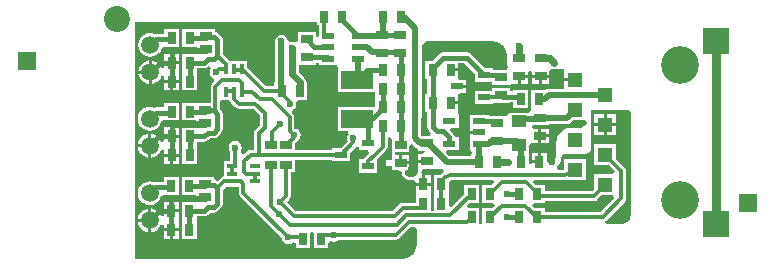
<source format=gtl>
G04*
G04 #@! TF.GenerationSoftware,Altium Limited,Altium Designer,20.2.8 (258)*
G04*
G04 Layer_Physical_Order=1*
G04 Layer_Color=255*
%FSLAX44Y44*%
%MOMM*%
G71*
G04*
G04 #@! TF.SameCoordinates,7393FA29-42F3-4F85-A097-3E15B117B62E*
G04*
G04*
G04 #@! TF.FilePolarity,Positive*
G04*
G01*
G75*
%ADD11R,1.5000X1.5000*%
%ADD13R,0.7500X1.0000*%
%ADD14R,1.0000X0.7500*%
%ADD19R,1.0000X0.6000*%
%ADD20R,1.1000X0.6000*%
%ADD39C,0.3000*%
%ADD40R,1.0000X0.7000*%
%ADD41R,0.9000X0.4000*%
%ADD42R,0.4000X0.9000*%
%ADD43R,1.2000X1.0000*%
%ADD44R,2.7000X1.5000*%
%ADD45C,0.8000*%
%ADD46C,0.4000*%
%ADD47C,0.3500*%
%ADD48C,0.5000*%
%ADD49C,0.6000*%
%ADD50C,1.5000*%
%ADD51C,3.2000*%
%ADD52R,2.2000X2.2000*%
%ADD53R,1.3000X1.3000*%
%ADD54C,2.2000*%
%ADD55C,0.6000*%
G36*
X265090Y90460D02*
X267261D01*
Y87065D01*
X266750D01*
Y81262D01*
X264957Y80359D01*
X264030Y81002D01*
Y84910D01*
X248950D01*
Y77410D01*
X246410Y76053D01*
X246162Y76219D01*
X244000Y76649D01*
X243134Y76476D01*
X241406Y76840D01*
X240389Y78305D01*
X240219Y79162D01*
X238994Y80994D01*
X237162Y82219D01*
X235000Y82648D01*
X232838Y82219D01*
X231006Y80994D01*
X229781Y79162D01*
X229352Y77000D01*
X229781Y74838D01*
X229861Y74719D01*
Y42540D01*
X229090D01*
Y39119D01*
X221731D01*
X206040Y54810D01*
Y60565D01*
X191612D01*
X191593Y60593D01*
X185629Y66557D01*
Y78000D01*
X185629Y78000D01*
X185277Y79771D01*
X184273Y81273D01*
X184273Y81273D01*
X181273Y84273D01*
X179771Y85277D01*
X178540Y85521D01*
Y87540D01*
X163910D01*
Y87540D01*
X151330D01*
Y72460D01*
X163460D01*
Y71770D01*
X171000D01*
Y69230D01*
X163460D01*
Y66540D01*
X151330D01*
Y51460D01*
X151330D01*
Y50540D01*
X151330D01*
Y35460D01*
X163910D01*
Y50540D01*
X163910D01*
Y51460D01*
X163910D01*
Y54371D01*
X170000D01*
X170000Y54371D01*
X171771Y54723D01*
X173273Y55727D01*
X173778Y56231D01*
X175751Y54612D01*
X174781Y53162D01*
X174352Y51000D01*
X174781Y48838D01*
X176006Y47006D01*
X177554Y45971D01*
X177937Y45184D01*
X178279Y43104D01*
X176317Y41143D01*
X175424Y39806D01*
X175111Y38230D01*
Y25090D01*
X151060D01*
Y10010D01*
X163190D01*
Y9320D01*
X170730D01*
Y6780D01*
X163190D01*
Y4090D01*
X151060D01*
Y-10990D01*
X151060D01*
Y-11910D01*
X151060D01*
Y-26990D01*
X163640D01*
Y-11910D01*
X163640D01*
Y-10990D01*
X163640D01*
Y-8079D01*
X169730D01*
X169730Y-8079D01*
X171501Y-7727D01*
X173003Y-6723D01*
X174647Y-5079D01*
X177730D01*
X177730Y-5079D01*
X179501Y-4727D01*
X181003Y-3723D01*
X184003Y-723D01*
X184003Y-723D01*
X185007Y779D01*
X185359Y2550D01*
X185359Y2550D01*
Y15550D01*
X185359Y15550D01*
X185007Y17321D01*
X184003Y18823D01*
X184003Y18823D01*
X183349Y19477D01*
Y25148D01*
X183960Y27435D01*
X190993D01*
X191194Y26424D01*
X192087Y25087D01*
X196087Y21087D01*
X197424Y20194D01*
X199000Y19881D01*
X211294D01*
X216881Y14294D01*
Y5745D01*
X213049Y1913D01*
X212156Y576D01*
X211842Y-1000D01*
Y-14881D01*
X209000D01*
X207424Y-15194D01*
X206087Y-16087D01*
X203647Y-18527D01*
X200921Y-17661D01*
X200580Y-16117D01*
X201218Y-15162D01*
X201649Y-13000D01*
X201218Y-10838D01*
X199994Y-9006D01*
X198162Y-7781D01*
X196000Y-7351D01*
X193838Y-7781D01*
X192006Y-9006D01*
X190781Y-10838D01*
X190352Y-13000D01*
X190781Y-15162D01*
X191881Y-16807D01*
Y-23960D01*
X186435D01*
Y-37416D01*
X185034Y-37694D01*
X183697Y-38587D01*
X181108Y-41177D01*
X180933D01*
X179431Y-40173D01*
X178200Y-39928D01*
Y-37910D01*
X150990D01*
Y-52990D01*
X163120D01*
Y-53680D01*
X170660D01*
Y-56220D01*
X163120D01*
Y-58910D01*
X150990D01*
Y-73990D01*
X150990D01*
Y-74910D01*
X150990D01*
Y-89990D01*
X163570D01*
Y-74910D01*
X163570D01*
Y-73990D01*
X163570D01*
Y-71079D01*
X169660D01*
X169660Y-71079D01*
X171432Y-70727D01*
X172933Y-69723D01*
X174577Y-68079D01*
X177660D01*
X177660Y-68079D01*
X179431Y-67727D01*
X180933Y-66723D01*
X183933Y-63723D01*
X183933Y-63723D01*
X184937Y-62221D01*
X185289Y-60450D01*
X185289Y-60450D01*
Y-48646D01*
X187895Y-46040D01*
X198881D01*
Y-51025D01*
X199194Y-52601D01*
X200087Y-53938D01*
X235370Y-89221D01*
X235756Y-91162D01*
X236981Y-92994D01*
X238813Y-94219D01*
X240975Y-94649D01*
X243137Y-94219D01*
X244550Y-93274D01*
X247090Y-93889D01*
Y-97540D01*
X259670D01*
Y-85486D01*
X261000Y-84770D01*
X262330Y-85486D01*
Y-97540D01*
X274910D01*
Y-93420D01*
X277450Y-92062D01*
X277458Y-92068D01*
X279620Y-92498D01*
X281782Y-92068D01*
X283427Y-90968D01*
X332151D01*
X333727Y-90655D01*
X335064Y-89762D01*
X344706Y-80119D01*
X348004D01*
X350000Y-82000D01*
Y-95280D01*
X349500Y-97792D01*
X348521Y-100158D01*
X347098Y-102287D01*
X345287Y-104098D01*
X343158Y-105520D01*
X340792Y-106500D01*
X338280Y-107000D01*
X111000D01*
Y93000D01*
X265090D01*
Y90460D01*
D02*
G37*
G36*
X414000Y77000D02*
X414000Y77000D01*
X414000D01*
X416300Y76778D01*
X417500Y76539D01*
X419684Y75634D01*
X421650Y74321D01*
X423321Y72650D01*
X424634Y70684D01*
X425539Y68500D01*
X426000Y66182D01*
X426000Y65000D01*
X426000Y58000D01*
X426077Y57220D01*
X426674Y55778D01*
X427042Y55410D01*
X426006Y52910D01*
X420321D01*
X419095Y53154D01*
X419095Y53154D01*
X413970D01*
Y54065D01*
X407436D01*
X395228Y66273D01*
X393726Y67277D01*
X391955Y67629D01*
X391955Y67629D01*
X372000D01*
X372000Y67629D01*
X370229Y67277D01*
X368727Y66273D01*
X368727Y66273D01*
X362994Y60540D01*
X357090D01*
Y45460D01*
X358751D01*
Y32540D01*
X357090D01*
Y17460D01*
X358751D01*
Y4620D01*
X358751Y4620D01*
X359103Y2849D01*
X360107Y1347D01*
X362044Y-590D01*
X361008Y-3090D01*
X353357D01*
X353139Y-2871D01*
Y10648D01*
X353173Y10700D01*
X353699Y11968D01*
X353966Y13314D01*
X354000Y14000D01*
Y71000D01*
Y72193D01*
X354913Y74399D01*
X356601Y76087D01*
X358806Y77000D01*
X414000D01*
X414000Y77000D01*
D02*
G37*
G36*
X398890Y49519D02*
Y42985D01*
X413460D01*
Y40330D01*
X426775D01*
X428540Y40330D01*
X430725Y41090D01*
X435230D01*
Y47380D01*
X436500D01*
Y48650D01*
X444040D01*
X444040Y51061D01*
X445500Y51929D01*
X446960Y51061D01*
Y48650D01*
X462040D01*
Y52045D01*
X462451Y52441D01*
X464540Y53642D01*
X466000Y53351D01*
X468162Y53781D01*
X468489Y54000D01*
X472521D01*
X474810Y53490D01*
Y45720D01*
X483850D01*
Y43180D01*
X474810D01*
Y36889D01*
X461750D01*
X459784Y36498D01*
X458350Y35540D01*
X446580D01*
Y20860D01*
X446460Y18412D01*
X446460Y18410D01*
X444638Y16772D01*
X444540Y16700D01*
X427460D01*
Y15310D01*
X425540Y13910D01*
X417321D01*
X416095Y14154D01*
X416095Y14154D01*
X410740D01*
Y15065D01*
X394660D01*
Y3985D01*
Y1270D01*
X402700D01*
Y-1270D01*
X394660D01*
Y-5540D01*
Y-15065D01*
X395594D01*
X396079Y-17465D01*
X396078Y-17577D01*
X395852Y-19861D01*
X377128D01*
X374642Y-17375D01*
X375599Y-15065D01*
X385340D01*
Y-3985D01*
X381866D01*
X381577Y-2529D01*
X380573Y-1027D01*
X380573Y-1027D01*
X377871Y1675D01*
X378828Y3985D01*
X385340D01*
Y15065D01*
X385163D01*
X384910Y17460D01*
X384910Y17565D01*
Y23730D01*
X378620D01*
Y26270D01*
X384910D01*
Y30960D01*
X384910Y32540D01*
X387029Y33460D01*
X391110D01*
Y37730D01*
X383570D01*
Y40270D01*
X391110D01*
Y44540D01*
X387029D01*
X384910Y45460D01*
X384910Y47040D01*
Y51730D01*
X378620D01*
Y54270D01*
X384910D01*
Y58371D01*
X390038D01*
X398890Y49519D01*
D02*
G37*
G36*
X266750Y56935D02*
X282586D01*
X282952Y54600D01*
X282960Y54449D01*
Y34470D01*
X314580D01*
Y29460D01*
X314580D01*
Y28540D01*
X314580D01*
Y21530D01*
X282960D01*
Y1450D01*
X291110D01*
X291851Y-582D01*
X291950Y-1090D01*
X290781Y-2838D01*
X290352Y-5000D01*
X290781Y-7162D01*
X291103Y-7642D01*
X285285Y-13460D01*
X278030D01*
Y-14881D01*
X246540D01*
Y-9665D01*
X249357Y-6848D01*
X249946Y-6455D01*
X251171Y-4622D01*
X251600Y-2461D01*
X251171Y-299D01*
X249946Y1533D01*
X248113Y2758D01*
X246173Y3144D01*
X246119Y3197D01*
Y13000D01*
X245806Y14576D01*
X244913Y15913D01*
X244391Y16434D01*
X245046Y19372D01*
X245994Y20006D01*
X247219Y21838D01*
X247649Y24000D01*
X247465Y24920D01*
X249173Y27460D01*
X256910D01*
Y42540D01*
X256237D01*
X255839Y44542D01*
X254614Y46374D01*
X254614Y46374D01*
X249648Y51340D01*
Y57090D01*
X264030D01*
Y58751D01*
X266750D01*
Y56935D01*
D02*
G37*
G36*
X493582Y7796D02*
X493087Y6601D01*
X491399Y4913D01*
X489193Y4000D01*
X480000D01*
X478824Y3942D01*
X476517Y3483D01*
X474343Y2583D01*
X472387Y1276D01*
X470724Y-387D01*
X469417Y-2343D01*
X468517Y-4517D01*
X468058Y-6824D01*
X468000Y-8000D01*
Y-19788D01*
X467693Y-21333D01*
X467090Y-22789D01*
X466214Y-24100D01*
X465100Y-25214D01*
X463789Y-26089D01*
X462333Y-26693D01*
X459910Y-24809D01*
Y-17460D01*
X454890D01*
Y-25000D01*
X453620D01*
Y-26270D01*
X447330D01*
Y-27000D01*
X444670D01*
Y-17460D01*
X444540D01*
Y-10810D01*
X446460Y-9410D01*
X447040Y-9410D01*
X452730D01*
Y-3120D01*
Y3170D01*
X448397D01*
X447612Y4522D01*
X448377Y5830D01*
X461540D01*
Y6981D01*
X476920D01*
X478886Y7372D01*
X480554Y8486D01*
X482077Y10010D01*
X491937D01*
X493582Y7796D01*
D02*
G37*
G36*
X328460Y-5700D02*
Y-16420D01*
X328410Y-16670D01*
Y-19330D01*
X328460Y-19580D01*
Y-23460D01*
X323460D01*
Y-28540D01*
X328460D01*
Y-31910D01*
X335065D01*
X335856Y-32494D01*
X336057Y-32703D01*
X336846Y-33902D01*
X336914Y-34410D01*
X336978Y-34729D01*
X336995Y-35054D01*
X337075Y-35220D01*
X337111Y-35401D01*
X337521Y-36390D01*
X338082Y-37230D01*
X339770Y-38918D01*
X340610Y-39479D01*
X342815Y-40393D01*
X343806Y-40590D01*
X346194D01*
X346550Y-40519D01*
X349090Y-41942D01*
Y-42730D01*
X354110D01*
Y-35277D01*
X353855Y-35000D01*
X353773Y-34867D01*
X353442Y-33966D01*
X353442Y-33920D01*
X353446Y-33683D01*
X353500Y-33410D01*
X353930Y-32385D01*
X355088Y-31000D01*
X371905D01*
X372500Y-33298D01*
X372474Y-33540D01*
X370033Y-35413D01*
X369230Y-36460D01*
X364330D01*
Y-51540D01*
X364330D01*
Y-53460D01*
X364330D01*
Y-66326D01*
X361670D01*
Y-53460D01*
X361670D01*
Y-51540D01*
X361670D01*
Y-45270D01*
X355380D01*
X349090D01*
Y-51540D01*
X349090D01*
Y-53460D01*
X349090D01*
Y-59881D01*
X338000D01*
X336424Y-60194D01*
X335087Y-61087D01*
X329294Y-66881D01*
X247706D01*
X239825Y-59000D01*
X241913Y-56913D01*
X242806Y-55576D01*
X243119Y-54000D01*
Y-33910D01*
X246540D01*
Y-23119D01*
X278030D01*
Y-24540D01*
X293110D01*
Y-17285D01*
X298350Y-12045D01*
X300570Y-12741D01*
X300890Y-12984D01*
Y-15015D01*
X308568D01*
X309620Y-17555D01*
X305517Y-21657D01*
X304630Y-22985D01*
X300890D01*
Y-34065D01*
X315970D01*
Y-22985D01*
X317674Y-21151D01*
X323783Y-15043D01*
X324676Y-13706D01*
X324989Y-12130D01*
Y-4535D01*
X326151Y-3984D01*
X328460Y-5700D01*
D02*
G37*
G36*
X348746Y-13014D02*
X350414Y-14128D01*
X350460Y-14137D01*
Y-15670D01*
X356192D01*
X356299Y-15830D01*
X354963Y-18330D01*
X350460D01*
Y-23350D01*
X358000D01*
Y-25890D01*
X350460D01*
Y-30910D01*
X350460D01*
X350910Y-33410D01*
X350087Y-35399D01*
X348399Y-37087D01*
X346194Y-38000D01*
X343806D01*
X341601Y-37087D01*
X339913Y-35399D01*
X339504Y-34410D01*
X340983Y-31910D01*
X343540D01*
Y-26890D01*
X336000D01*
Y-25620D01*
X334730D01*
Y-19330D01*
X331000D01*
Y-16670D01*
X343540D01*
Y-11343D01*
X346040Y-10307D01*
X348746Y-13014D01*
D02*
G37*
G36*
X517145Y-56030D02*
X505294Y-67881D01*
X457910D01*
Y-64460D01*
X449905D01*
X447525Y-62080D01*
X448577Y-59540D01*
X457910D01*
Y-58119D01*
X499700D01*
X501276Y-57806D01*
X502613Y-56913D01*
X506035Y-53490D01*
X516092D01*
X517145Y-56030D01*
D02*
G37*
G36*
X415329Y-42466D02*
X413335Y-44460D01*
X405330D01*
Y-59540D01*
X414663D01*
X415715Y-62080D01*
X413335Y-64460D01*
X405330D01*
Y-78000D01*
X402670D01*
Y-64460D01*
X393337D01*
X392285Y-61920D01*
X394665Y-59540D01*
X402670D01*
Y-44460D01*
X390090D01*
Y-52465D01*
X379257Y-63298D01*
X376910Y-62326D01*
Y-53460D01*
X376910D01*
Y-51540D01*
X376910D01*
Y-41831D01*
X378620Y-40119D01*
X414357D01*
X415329Y-42466D01*
D02*
G37*
G36*
X530312Y18312D02*
X531000Y16792D01*
X531000Y-69000D01*
X531000Y-69000D01*
X531000Y-69886D01*
X530654Y-71625D01*
X529976Y-73263D01*
X528991Y-74737D01*
X527737Y-75991D01*
X526263Y-76976D01*
X524625Y-77654D01*
X522886Y-78000D01*
X522000Y-78000D01*
X509573D01*
X509094Y-75460D01*
X509913Y-74913D01*
X525913Y-58913D01*
X526806Y-57576D01*
X527119Y-56000D01*
Y-32800D01*
X526806Y-31224D01*
X525913Y-29887D01*
X518290Y-22265D01*
Y-10010D01*
X500210D01*
Y-28090D01*
X512465D01*
X517245Y-32870D01*
X516193Y-35410D01*
X500210D01*
Y-47665D01*
X497994Y-49881D01*
X457910D01*
Y-44460D01*
X450285D01*
X448291Y-42466D01*
X449263Y-40119D01*
X474619D01*
X474619Y-40119D01*
X474810Y-40790D01*
X492890D01*
Y-22710D01*
X474810D01*
Y-29450D01*
X474619Y-31881D01*
X468906D01*
X468136Y-29341D01*
X468710Y-28957D01*
X469957Y-27710D01*
X470937Y-26243D01*
X471613Y-24613D01*
X471957Y-22882D01*
X472000Y-22000D01*
Y-21204D01*
X472609Y-19734D01*
X473734Y-18609D01*
X475204Y-18000D01*
X493000D01*
X493780Y-17923D01*
X495222Y-17326D01*
X496326Y-16222D01*
X496923Y-14780D01*
X497000Y-14000D01*
X497000Y19000D01*
X528792D01*
X530312Y18312D01*
D02*
G37*
%LPC*%
G36*
X148670Y87540D02*
X136090D01*
Y83629D01*
X129000D01*
X127642Y83359D01*
X126621Y83782D01*
X124000Y84127D01*
X121379Y83782D01*
X118937Y82770D01*
X116839Y81161D01*
X115230Y79063D01*
X114218Y76621D01*
X113873Y74000D01*
X114218Y71379D01*
X115230Y68937D01*
X116839Y66839D01*
X118937Y65230D01*
X121379Y64218D01*
X124000Y63873D01*
X126621Y64218D01*
X129063Y65230D01*
X131161Y66839D01*
X132770Y68937D01*
X133782Y71379D01*
X133834Y71775D01*
X136090Y72460D01*
X136090Y72460D01*
X148670D01*
Y87540D01*
D02*
G37*
G36*
Y66540D02*
X143650D01*
Y60270D01*
X148670D01*
Y66540D01*
D02*
G37*
G36*
X141110D02*
X136090D01*
Y60270D01*
X141110D01*
Y66540D01*
D02*
G37*
G36*
X122730Y60959D02*
X121379Y60782D01*
X118937Y59770D01*
X116839Y58161D01*
X115230Y56063D01*
X114218Y53621D01*
X114041Y52270D01*
X122730D01*
Y60959D01*
D02*
G37*
G36*
X125270D02*
Y51000D01*
Y41041D01*
X126621Y41218D01*
X129063Y42230D01*
X131161Y43839D01*
X132770Y45937D01*
X133550Y47820D01*
X136090Y47315D01*
Y44270D01*
X142380D01*
X148670D01*
Y48920D01*
X148670Y50540D01*
X148670Y53080D01*
Y57730D01*
X142380D01*
X136090D01*
Y54685D01*
X133550Y54180D01*
X132770Y56063D01*
X131161Y58161D01*
X129063Y59770D01*
X126621Y60782D01*
X125270Y60959D01*
D02*
G37*
G36*
X122730Y49730D02*
X114041D01*
X114218Y48379D01*
X115230Y45937D01*
X116839Y43839D01*
X118937Y42230D01*
X121379Y41218D01*
X122730Y41041D01*
Y49730D01*
D02*
G37*
G36*
X148670Y41730D02*
X143650D01*
Y35460D01*
X148670D01*
Y41730D01*
D02*
G37*
G36*
X141110D02*
X136090D01*
Y35460D01*
X141110D01*
Y41730D01*
D02*
G37*
G36*
X148400Y25090D02*
X135820D01*
Y21179D01*
X128730D01*
X127372Y20909D01*
X126351Y21332D01*
X123730Y21677D01*
X121109Y21332D01*
X118667Y20320D01*
X116569Y18711D01*
X114960Y16613D01*
X113948Y14171D01*
X113603Y11550D01*
X113948Y8929D01*
X114960Y6487D01*
X116569Y4389D01*
X118667Y2780D01*
X121109Y1769D01*
X123730Y1423D01*
X126351Y1769D01*
X128793Y2780D01*
X130891Y4389D01*
X132500Y6487D01*
X133512Y8929D01*
X133564Y9325D01*
X135820Y10010D01*
X135820Y10010D01*
X148400D01*
Y25090D01*
D02*
G37*
G36*
Y4090D02*
X143380D01*
Y-2180D01*
X148400D01*
Y4090D01*
D02*
G37*
G36*
X140840D02*
X135820D01*
Y-2180D01*
X140840D01*
Y4090D01*
D02*
G37*
G36*
X122460Y-1490D02*
X121109Y-1668D01*
X118667Y-2680D01*
X116569Y-4289D01*
X114960Y-6387D01*
X113948Y-8829D01*
X113771Y-10180D01*
X122460D01*
Y-1490D01*
D02*
G37*
G36*
X125000D02*
Y-11450D01*
Y-21409D01*
X126351Y-21232D01*
X128793Y-20220D01*
X130891Y-18611D01*
X132500Y-16513D01*
X133280Y-14630D01*
X135820Y-15135D01*
Y-18180D01*
X142110D01*
X148400D01*
Y-13530D01*
X148400Y-11910D01*
X148400Y-9370D01*
Y-4720D01*
X142110D01*
X135820D01*
Y-7765D01*
X133280Y-8270D01*
X132500Y-6387D01*
X130891Y-4289D01*
X128793Y-2680D01*
X126351Y-1668D01*
X125000Y-1490D01*
D02*
G37*
G36*
X122460Y-12720D02*
X113771D01*
X113948Y-14071D01*
X114960Y-16513D01*
X116569Y-18611D01*
X118667Y-20220D01*
X121109Y-21232D01*
X122460Y-21409D01*
Y-12720D01*
D02*
G37*
G36*
X148400Y-20720D02*
X143380D01*
Y-26990D01*
X148400D01*
Y-20720D01*
D02*
G37*
G36*
X140840D02*
X135820D01*
Y-26990D01*
X140840D01*
Y-20720D01*
D02*
G37*
G36*
X148330Y-37910D02*
X135750D01*
Y-41821D01*
X128660D01*
X127302Y-42091D01*
X126281Y-41668D01*
X123660Y-41323D01*
X121039Y-41668D01*
X118597Y-42680D01*
X116499Y-44289D01*
X114890Y-46387D01*
X113878Y-48829D01*
X113533Y-51450D01*
X113878Y-54071D01*
X114890Y-56513D01*
X116499Y-58611D01*
X118597Y-60220D01*
X121039Y-61231D01*
X123660Y-61577D01*
X126281Y-61231D01*
X128723Y-60220D01*
X130821Y-58611D01*
X132430Y-56513D01*
X133442Y-54071D01*
X133494Y-53675D01*
X135750Y-52990D01*
X135750Y-52990D01*
X148330D01*
Y-37910D01*
D02*
G37*
G36*
Y-58910D02*
X143310D01*
Y-65180D01*
X148330D01*
Y-58910D01*
D02*
G37*
G36*
X140770D02*
X135750D01*
Y-65180D01*
X140770D01*
Y-58910D01*
D02*
G37*
G36*
X122390Y-64490D02*
X121039Y-64668D01*
X118597Y-65680D01*
X116499Y-67289D01*
X114890Y-69387D01*
X113878Y-71829D01*
X113701Y-73180D01*
X122390D01*
Y-64490D01*
D02*
G37*
G36*
X124930D02*
Y-74450D01*
Y-84409D01*
X126281Y-84232D01*
X128723Y-83220D01*
X130821Y-81611D01*
X132430Y-79513D01*
X133210Y-77630D01*
X135750Y-78135D01*
Y-81180D01*
X142040D01*
X148330D01*
Y-76530D01*
X148330Y-74910D01*
X148330Y-72370D01*
Y-67720D01*
X142040D01*
X135750D01*
Y-70765D01*
X133210Y-71270D01*
X132430Y-69387D01*
X130821Y-67289D01*
X128723Y-65680D01*
X126281Y-64668D01*
X124930Y-64490D01*
D02*
G37*
G36*
X122390Y-75720D02*
X113701D01*
X113878Y-77071D01*
X114890Y-79513D01*
X116499Y-81611D01*
X118597Y-83220D01*
X121039Y-84232D01*
X122390Y-84409D01*
Y-75720D01*
D02*
G37*
G36*
X148330Y-83720D02*
X143310D01*
Y-89990D01*
X148330D01*
Y-83720D01*
D02*
G37*
G36*
X140770D02*
X135750D01*
Y-89990D01*
X140770D01*
Y-83720D01*
D02*
G37*
G36*
X462040Y46110D02*
X455770D01*
Y41090D01*
X462040D01*
Y46110D01*
D02*
G37*
G36*
X453230D02*
X446960D01*
Y41090D01*
X453230D01*
Y46110D01*
D02*
G37*
G36*
X444040Y46110D02*
X437770D01*
Y41090D01*
X444040D01*
Y46110D01*
D02*
G37*
G36*
X428540Y37670D02*
X413460D01*
Y35015D01*
X398890D01*
Y23935D01*
X413970D01*
Y25090D01*
X421230D01*
X422380Y24861D01*
X423530Y25090D01*
X428540D01*
Y25371D01*
X431340D01*
Y20460D01*
X443920D01*
Y35540D01*
X431340D01*
Y34629D01*
X428540D01*
Y37670D01*
D02*
G37*
G36*
X455270Y3170D02*
Y-1850D01*
X461540D01*
Y3170D01*
X455270D01*
D02*
G37*
G36*
X461540Y-4390D02*
X455270D01*
Y-9410D01*
X461540D01*
Y-4390D01*
D02*
G37*
G36*
X452350Y-17460D02*
X447330D01*
Y-23730D01*
X452350D01*
Y-17460D01*
D02*
G37*
G36*
X361670Y-36460D02*
X356650D01*
Y-42730D01*
X361670D01*
Y-36460D01*
D02*
G37*
G36*
X343540Y-19330D02*
X337270D01*
Y-24350D01*
X343540D01*
Y-19330D01*
D02*
G37*
G36*
X518290Y15390D02*
X510520D01*
Y7620D01*
X518290D01*
Y15390D01*
D02*
G37*
G36*
X507980D02*
X500210D01*
Y7620D01*
X507980D01*
Y15390D01*
D02*
G37*
G36*
X518290Y5080D02*
X510520D01*
Y-2690D01*
X518290D01*
Y5080D01*
D02*
G37*
G36*
X507980D02*
X500210D01*
Y-2690D01*
X507980D01*
Y5080D01*
D02*
G37*
%LPD*%
D11*
X630000Y-60000D02*
D03*
X20000Y60000D02*
D03*
D13*
X235380Y35000D02*
D03*
X250620D02*
D03*
X451620Y-72000D02*
D03*
X436380D02*
D03*
X451620Y-52000D02*
D03*
X436380D02*
D03*
X142110Y17550D02*
D03*
X157350D02*
D03*
Y-19450D02*
D03*
X142110D02*
D03*
X157350Y-3450D02*
D03*
X142110D02*
D03*
X142040Y-45450D02*
D03*
X157280D02*
D03*
Y-82450D02*
D03*
X142040D02*
D03*
X157280Y-66450D02*
D03*
X142040D02*
D03*
X370620Y-44000D02*
D03*
X355380D02*
D03*
X320870Y37000D02*
D03*
X336110D02*
D03*
X437630Y28000D02*
D03*
X452870D02*
D03*
X411620Y-72000D02*
D03*
X396380D02*
D03*
X370620Y-61000D02*
D03*
X355380D02*
D03*
X411620Y-52000D02*
D03*
X396380D02*
D03*
X320870Y5000D02*
D03*
X336110D02*
D03*
X271380Y98000D02*
D03*
X286620D02*
D03*
X320870Y98000D02*
D03*
X336110D02*
D03*
X142380Y59000D02*
D03*
X157620D02*
D03*
X268620Y-90000D02*
D03*
X253380D02*
D03*
X157620Y80000D02*
D03*
X142380D02*
D03*
X453620Y-25000D02*
D03*
X438380D02*
D03*
X320870Y21000D02*
D03*
X336110D02*
D03*
X320870Y53000D02*
D03*
X336110D02*
D03*
X378620D02*
D03*
X363380D02*
D03*
X378620Y25000D02*
D03*
X363380D02*
D03*
X417620Y-25000D02*
D03*
X402380D02*
D03*
X142380Y43000D02*
D03*
X157620D02*
D03*
D14*
X336000Y-10380D02*
D03*
Y-25620D02*
D03*
X239000Y-10380D02*
D03*
Y-27620D02*
D03*
X226000Y-10380D02*
D03*
Y-27620D02*
D03*
X454500Y62620D02*
D03*
Y47380D02*
D03*
X436500Y62620D02*
D03*
Y47380D02*
D03*
X421000Y31380D02*
D03*
Y46620D02*
D03*
X418000Y7620D02*
D03*
Y-7620D02*
D03*
X358000Y-24620D02*
D03*
Y-9380D02*
D03*
X454000Y-3120D02*
D03*
Y12120D02*
D03*
X256490Y78620D02*
D03*
Y63380D02*
D03*
X320490Y82620D02*
D03*
Y67380D02*
D03*
X335490Y82620D02*
D03*
Y67380D02*
D03*
D19*
X308430Y-9475D02*
D03*
X285570Y-19000D02*
D03*
X308430Y-28525D02*
D03*
X383570Y39000D02*
D03*
X406430Y48525D02*
D03*
Y29475D02*
D03*
D20*
X274790Y62475D02*
D03*
X274790Y72000D02*
D03*
Y81525D02*
D03*
X300190Y81525D02*
D03*
Y72000D02*
D03*
Y62475D02*
D03*
X377300Y-9525D02*
D03*
Y9525D02*
D03*
X402700D02*
D03*
Y0D02*
D03*
Y-9525D02*
D03*
D39*
X378620Y-36000D02*
G03*
X370620Y-44000I0J-8000D01*
G01*
X474619Y-36000D02*
G03*
X483750Y-31669I-0J11790D01*
G01*
X271380Y81525D02*
Y98000D01*
Y81525D02*
X274790D01*
X203598Y-33598D02*
Y-24402D01*
X209000Y-19000D02*
X215962D01*
X203598Y-24402D02*
X209000Y-19000D01*
X215962D02*
Y-1000D01*
X188889Y35000D02*
X195389D01*
X215962Y-1000D02*
X221000Y4038D01*
Y16000D01*
X213000Y24000D02*
X221000Y16000D01*
X199000Y24000D02*
X213000D01*
X195000Y28000D02*
X199000Y24000D01*
X195000Y28000D02*
Y34475D01*
X242000Y1491D02*
Y13000D01*
X227000Y28000D02*
X242000Y13000D01*
X217000Y28000D02*
X227000D01*
X210525Y34475D02*
X217000Y28000D01*
X201500Y34475D02*
X210525D01*
X215962Y-19000D02*
X285570D01*
X242000Y24000D02*
Y26000D01*
Y1491D02*
X245952Y-2461D01*
X314000Y-19000D02*
X320870Y-12130D01*
Y5000D01*
X308430Y-28525D02*
Y-24570D01*
X314000Y-19000D01*
X233810Y34190D02*
X242000Y26000D01*
X195088Y53000D02*
X201588D01*
X196000Y-28500D02*
Y-13000D01*
X239000Y-11380D02*
X247000Y-3380D01*
X251380Y-89000D02*
X253380Y-87000D01*
X451620Y-54000D02*
X499700D01*
X378620Y-36000D02*
X474619D01*
X370620Y-61000D02*
Y-44000D01*
X226000Y-27620D02*
Y-26620D01*
Y-62000D02*
Y-27620D01*
X239000D02*
Y-26620D01*
Y-54000D02*
Y-27620D01*
X234000Y-59000D02*
X246000Y-71000D01*
X331000D01*
X296000Y-8570D02*
Y-5000D01*
X285570Y-19000D02*
X296000Y-8570D01*
X451620Y-72000D02*
X507000D01*
X523000Y-56000D01*
Y-32800D01*
X509250Y-19050D02*
X523000Y-32800D01*
X499700Y-54000D02*
X509250Y-44450D01*
X441620Y-62000D02*
X451620Y-72000D01*
X411620D02*
X421620Y-62000D01*
X451620Y-52000D02*
Y-51620D01*
Y-54000D02*
Y-52000D01*
X442000Y-42000D02*
X451620Y-51620D01*
X411620Y-52000D02*
X421620Y-42000D01*
X442000D01*
X220025Y35000D02*
X235380D01*
X201500Y53525D02*
X220025Y35000D01*
X233000Y-69000D02*
X242087Y-78087D01*
X245952Y-2461D02*
X246081D01*
X247000Y-3380D01*
X352380Y-64000D02*
X355380Y-61000D01*
X338000Y-64000D02*
X352380D01*
X331000Y-71000D02*
X338000Y-64000D01*
X279620Y-86849D02*
X332151D01*
X340555Y-70445D02*
X377935D01*
X332912Y-78087D02*
X340555Y-70445D01*
X332151Y-86849D02*
X343000Y-76000D01*
X392380D01*
X242087Y-78087D02*
X332912D01*
X203000Y-51025D02*
X240975Y-89000D01*
X251380D01*
X268620D02*
X270771Y-86849D01*
X279620D01*
X193475Y-41500D02*
X200500D01*
X203000Y-44000D01*
Y-51025D02*
Y-44000D01*
X377935Y-70445D02*
X396380Y-52000D01*
X392380Y-76000D02*
X396380Y-72000D01*
X186610Y-41500D02*
X193475D01*
X226000Y-62000D02*
X232000Y-68000D01*
X234000Y-59000D02*
X239000Y-54000D01*
X179230Y17050D02*
Y38230D01*
X203598Y-33598D02*
X205000Y-35000D01*
X212525Y-40465D02*
Y-35000D01*
X205000D02*
X212525D01*
X193475D02*
Y-28500D01*
X419095Y29475D02*
X421000Y31380D01*
X406430Y29475D02*
X419095D01*
X179230Y38230D02*
X185000Y44000D01*
X199000D01*
X201500Y41500D01*
Y34475D02*
Y41500D01*
X180660Y-47450D02*
X186610Y-41500D01*
X421620Y-62000D02*
X441620D01*
D40*
X170730Y8050D02*
D03*
Y19050D02*
D03*
X170660Y-54950D02*
D03*
Y-43950D02*
D03*
X171000Y81500D02*
D03*
Y70500D02*
D03*
D41*
X212525Y-41500D02*
D03*
Y-35000D02*
D03*
Y-28500D02*
D03*
X193475D02*
D03*
Y-35000D02*
D03*
Y-41500D02*
D03*
D42*
X188500Y34475D02*
D03*
X195000D02*
D03*
X201500D02*
D03*
Y53525D02*
D03*
X195000D02*
D03*
X188500D02*
D03*
D43*
X436000Y-11160D02*
D03*
Y9160D02*
D03*
D44*
X299000Y11490D02*
D03*
Y44510D02*
D03*
D45*
X603250Y-77500D02*
Y77500D01*
D46*
X320490Y68000D02*
X334870D01*
X286620Y95095D02*
Y98000D01*
Y95095D02*
X300190Y81525D01*
X144000Y69000D02*
X171000D01*
X143730Y6550D02*
X170730D01*
X143660Y-56450D02*
X170660D01*
X157620Y80000D02*
X171000D01*
X157350Y17550D02*
X170730D01*
X157280Y-45450D02*
X170660D01*
X129000Y79000D02*
X142380D01*
X128730Y16550D02*
X142110D01*
X128660Y-46450D02*
X142040D01*
X300190Y45700D02*
X307490Y53000D01*
X299000Y44510D02*
X300190Y45700D01*
X307490Y53000D02*
X320870D01*
X308430Y-9475D02*
Y8560D01*
X314870Y15000D01*
X336000Y4890D02*
X336110Y5000D01*
X336000Y-10380D02*
Y4890D01*
X177730Y18550D02*
X180730Y15550D01*
X363380Y53000D02*
Y54380D01*
X372000Y63000D01*
X391955D01*
X406430Y48525D01*
X419095D01*
X421000Y46620D01*
X363380Y25000D02*
Y53000D01*
Y4620D02*
Y25000D01*
Y4620D02*
X367000Y1000D01*
X372000D01*
X377300Y-4300D01*
Y-9525D02*
Y-4300D01*
X402700Y9525D02*
X416095D01*
X418000Y7620D01*
X422380Y30000D02*
X435630D01*
X180730Y2550D02*
Y15550D01*
X170730Y6550D02*
Y8050D01*
X142110Y4930D02*
X143730Y6550D01*
X426000Y-72000D02*
X436380D01*
X426000Y-52000D02*
X436380D01*
X123660Y-51450D02*
X128660Y-46450D01*
X170660Y-45450D02*
Y-43950D01*
X171160Y-44450D01*
X142040Y-82450D02*
Y-66450D01*
X131660D02*
X142040D01*
X123660Y-74450D02*
X131660Y-66450D01*
X170660Y-56450D02*
Y-54950D01*
X142040Y-58070D02*
X143660Y-56450D01*
X142040Y-66450D02*
Y-58070D01*
X171160Y-44450D02*
X177660D01*
X180660Y-47450D01*
Y-60450D02*
Y-47450D01*
X177660Y-63450D02*
X180660Y-60450D01*
X172660Y-63450D02*
X177660D01*
X169660Y-66450D02*
X172660Y-63450D01*
X157280Y-66450D02*
X169660D01*
X157280Y-82450D02*
Y-66450D01*
X123730Y11550D02*
X128730Y16550D01*
X170730Y17550D02*
Y19050D01*
X171230Y18550D01*
X142110Y-3450D02*
X142110Y-19450D01*
X131730Y-3450D02*
X142110Y-3450D01*
X123730Y-11450D02*
X131730Y-3450D01*
X142110Y-3450D02*
Y4930D01*
X171230Y18550D02*
X177730D01*
X177730Y-450D02*
X180730Y2550D01*
X172730Y-450D02*
X177730D01*
X169730Y-3450D02*
X172730Y-450D01*
X157350Y-3450D02*
X169730D01*
X157350Y-19450D02*
Y-3450D01*
X171000Y81500D02*
X171500Y81000D01*
X178000D01*
X181000Y78000D01*
Y65000D02*
Y78000D01*
X178000Y62000D02*
X181000Y65000D01*
X173000Y62000D02*
X178000D01*
X171000Y80000D02*
Y81500D01*
Y69000D02*
Y70500D01*
X157620Y43000D02*
Y59000D01*
X142380Y43000D02*
Y59000D01*
Y67380D02*
X144000Y69000D01*
X142380Y59000D02*
Y67380D01*
X132000Y59000D02*
X142380D01*
X124000Y51000D02*
X132000Y59000D01*
X157620D02*
X170000D01*
X173000Y62000D01*
X124000Y74000D02*
X129000Y79000D01*
X299715Y62000D02*
X300190Y62475D01*
X314870Y15000D02*
X320870Y21000D01*
Y37000D01*
X336110Y5000D02*
Y21000D01*
Y37000D01*
Y53000D01*
X336110Y66760D01*
X335490Y67380D02*
X336110Y66760D01*
X334870Y68000D02*
X335490Y67380D01*
X256490Y63380D02*
X273885D01*
X274790Y62475D01*
X256490Y78620D02*
X263110Y72000D01*
X274790Y72000D01*
X320490Y82620D02*
X320870Y83000D01*
X320490Y82620D02*
X335490D01*
X319395Y81525D02*
X320490Y82620D01*
D47*
X180000Y51000D02*
X182525Y53525D01*
X188500D01*
X227000Y-11380D02*
Y111D01*
X234039Y7150D01*
X188500Y53525D02*
Y57500D01*
X181000Y65000D02*
X188500Y57500D01*
D48*
X436000Y11160D02*
X453040D01*
X311490Y68000D02*
X320490D01*
X375000Y-25000D02*
X402380D01*
X352380Y-9380D02*
X358000D01*
X348000Y-5000D02*
X352380Y-9380D01*
X358000D02*
X359380D01*
X375000Y-25000D01*
X300190Y45700D02*
Y62475D01*
X235000Y35380D02*
X235380Y35000D01*
X235000Y35380D02*
Y77000D01*
X348000Y59000D02*
Y88620D01*
Y-5000D02*
Y59000D01*
X421000Y31380D02*
X422380Y30000D01*
X435630D02*
X437630Y28000D01*
X452870D02*
X458000D01*
X461750Y31750D01*
X509250D01*
X454000Y12120D02*
X476920D01*
X483850Y19050D01*
X453040Y11160D02*
X454000Y12120D01*
X482780Y43380D02*
X483850Y44450D01*
X338620Y98000D02*
X348000Y88620D01*
X402380Y-9845D02*
X402700Y-9525D01*
X402380Y-25000D02*
Y-9845D01*
X402700Y-9525D02*
X410475D01*
X412380Y-7620D01*
X418000D01*
X434460D01*
X438380Y-11540D01*
Y-25000D02*
Y-11540D01*
X307490Y72000D02*
X311490Y68000D01*
X300190Y72000D02*
X307490D01*
X320870Y83000D02*
Y98000D01*
X300190Y81525D02*
X319395D01*
D49*
X417620Y-25000D02*
X427000D01*
X436000Y63120D02*
X436500Y62620D01*
X436000Y63120D02*
Y73000D01*
X454500Y62620D02*
X462380D01*
X466000Y59000D01*
X250620Y35000D02*
Y42380D01*
X244000Y49000D02*
X250620Y42380D01*
X244000Y49000D02*
Y71000D01*
D50*
X123730Y11550D02*
D03*
X123730Y-11450D02*
D03*
X123660Y-51450D02*
D03*
Y-74450D02*
D03*
X124000Y51000D02*
D03*
Y74000D02*
D03*
D51*
X572750Y-57150D02*
D03*
Y57150D02*
D03*
D52*
X603250Y77500D02*
D03*
Y-77500D02*
D03*
D53*
X509250Y-44450D02*
D03*
X483850Y-31750D02*
D03*
X509250Y-19050D02*
D03*
X483850Y-6350D02*
D03*
X509250Y6350D02*
D03*
X483850Y19050D02*
D03*
X509250Y31750D02*
D03*
X483850Y44450D02*
D03*
D54*
X96000Y96000D02*
D03*
D55*
X423000Y56000D02*
D03*
X603000Y6000D02*
D03*
X180000Y51000D02*
D03*
X242000Y24000D02*
D03*
X311000Y28000D02*
D03*
X253000Y54000D02*
D03*
X186000Y90000D02*
D03*
X528000Y16000D02*
D03*
X347000Y-84000D02*
D03*
X114000Y90000D02*
D03*
X246121Y-39207D02*
D03*
X345000Y-32000D02*
D03*
X296000Y-5000D02*
D03*
X222000Y90000D02*
D03*
X114000Y32000D02*
D03*
Y-31000D02*
D03*
Y-104000D02*
D03*
X162000D02*
D03*
X207000D02*
D03*
X251000D02*
D03*
X528000Y-23000D02*
D03*
X524000Y-73000D02*
D03*
X467000Y-64000D02*
D03*
Y-45000D02*
D03*
X384000Y-50000D02*
D03*
X333000Y-37000D02*
D03*
X261000Y1000D02*
D03*
X196000Y2000D02*
D03*
X244000Y71000D02*
D03*
X240975Y-89000D02*
D03*
X245952Y-2461D02*
D03*
X235000Y77000D02*
D03*
X348000Y59000D02*
D03*
X233000Y-69000D02*
D03*
X343000Y-102000D02*
D03*
X200000Y-59000D02*
D03*
X171000Y-76000D02*
D03*
X169000Y51000D02*
D03*
X272000Y-60000D02*
D03*
X279620Y-86849D02*
D03*
X209000Y62000D02*
D03*
X312000Y-61000D02*
D03*
X299000Y-104000D02*
D03*
X234000Y-59000D02*
D03*
X436000Y73000D02*
D03*
X466000Y59000D02*
D03*
X357000Y63000D02*
D03*
Y0D02*
D03*
X389000D02*
D03*
Y25000D02*
D03*
Y52000D02*
D03*
X464000Y-4000D02*
D03*
Y-25000D02*
D03*
X427000D02*
D03*
X234039Y7150D02*
D03*
X196000Y-13000D02*
D03*
X187000Y-21000D02*
D03*
X426000Y-52000D02*
D03*
Y-72000D02*
D03*
M02*

</source>
